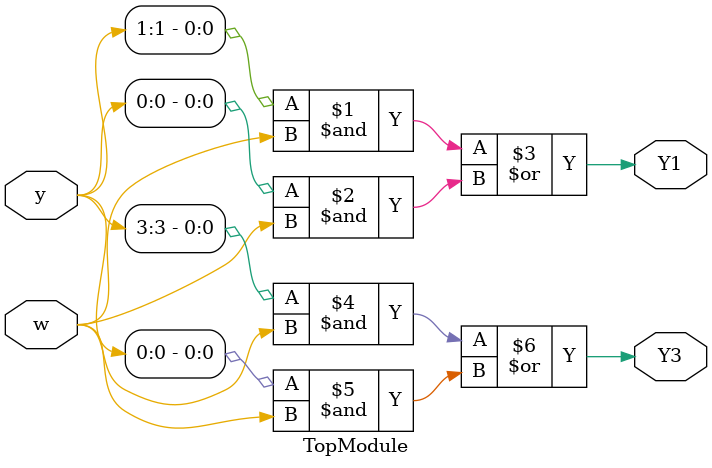
<source format=v>
module TopModule (
  input [5:0] y,
  input w,
  output Y1,
  output Y3
);

  assign Y1 = y[1] & w | y[0] & w;
  assign Y3 = y[3] & w | y[0] & w;

endmodule


</source>
